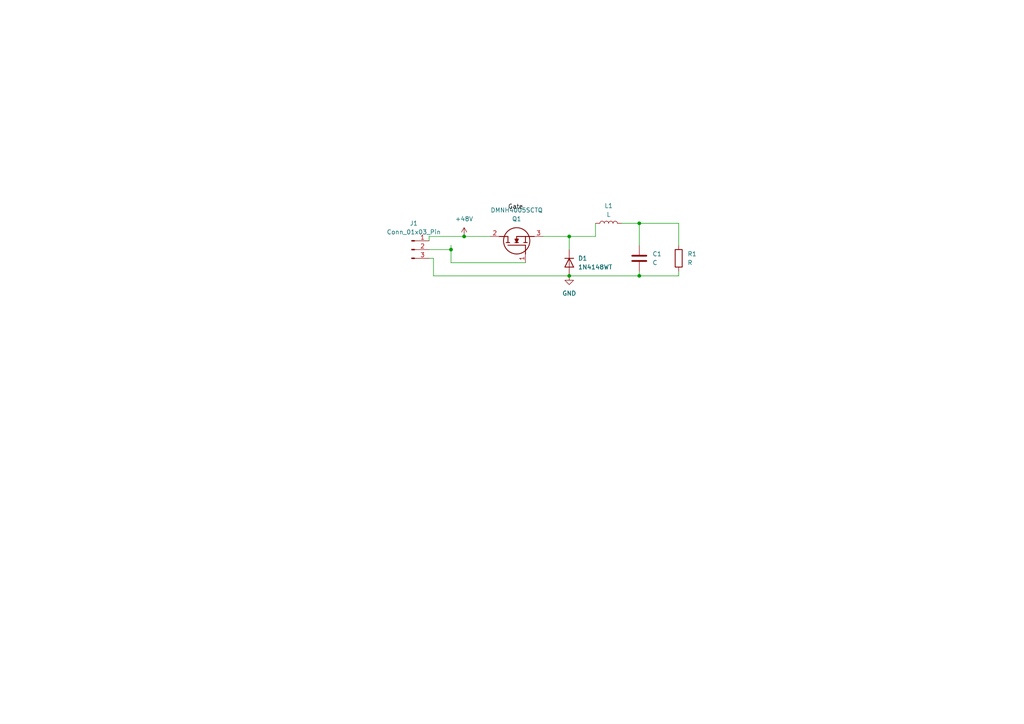
<source format=kicad_sch>
(kicad_sch (version 20250114) (generator "eeschema") (generator_version "9.0")
  (paper "A4")
  (lib_symbols
    (symbol "Connector:Conn_01x03_Pin" (pin_names (offset 1.016) (hide yes))
      (property "Reference" "J" (at 0 5.08 0))
      (property "Value" "Conn_01x03_Pin" (at 0 -5.08 0))
      (symbol "Conn_01x03_Pin_1_1"
        (rectangle (start 0.8636 2.667) (end 0 2.413) (stroke (width 0.1524)) (fill (type outline)))
        (rectangle (start 0.8636 0.127) (end 0 -0.127) (stroke (width 0.1524)) (fill (type outline)))
        (rectangle (start 0.8636 -2.413) (end 0 -2.667) (stroke (width 0.1524)) (fill (type outline)))
        (polyline (pts (xy 1.27 2.54) (xy 0.8636 2.54)) (stroke (width 0.1524)))
        (polyline (pts (xy 1.27 0) (xy 0.8636 0)) (stroke (width 0.1524)))
        (polyline (pts (xy 1.27 -2.54) (xy 0.8636 -2.54)) (stroke (width 0.1524)))
        (pin passive line (at 5.08 2.54 180) (length 3.81) (name "Pin_1") (number "1"))
        (pin passive line (at 5.08 0 180) (length 3.81) (name "Pin_2") (number "2"))
        (pin passive line (at 5.08 -2.54 180) (length 3.81) (name "Pin_3") (number "3"))
      )
    )
    (symbol "Device:C" (pin_numbers (hide yes)) (pin_names (offset 0.254))
      (property "Reference" "C" (at 0.635 2.54 0))
      (property "Value" "C" (at 0.635 -2.54 0))
      (symbol "C_0_1"
        (polyline (pts (xy -2.032 0.762) (xy 2.032 0.762)) (stroke (width 0.508)))
        (polyline (pts (xy -2.032 -0.762) (xy 2.032 -0.762)) (stroke (width 0.508)))
      )
      (symbol "C_1_1"
        (pin passive line (at 0 3.81 270) (length 2.794) (name "~") (number "1"))
        (pin passive line (at 0 -3.81 90) (length 2.794) (name "~") (number "2"))
      )
    )
    (symbol "Device:L" (pin_numbers (hide yes)) (pin_names (offset 1.016) (hide yes))
      (property "Reference" "L" (at -1.27 0 90))
      (property "Value" "L" (at 1.905 0 90))
      (symbol "L_0_1"
        (arc (start 0 2.54) (mid 0.6323 1.905) (end 0 1.27))
        (arc (start 0 1.27) (mid 0.6323 0.635) (end 0 0))
        (arc (start 0 0) (mid 0.6323 -0.635) (end 0 -1.27))
        (arc (start 0 -1.27) (mid 0.6323 -1.905) (end 0 -2.54))
      )
      (symbol "L_1_1"
        (pin passive line (at 0 3.81 270) (length 1.27) (name "1") (number "1"))
        (pin passive line (at 0 -3.81 90) (length 1.27) (name "2") (number "2"))
      )
    )
    (symbol "Device:R" (pin_numbers (hide yes)) (pin_names (offset 0))
      (property "Reference" "R" (at 2.032 0 90))
      (property "Value" "R" (at 0 0 90))
      (symbol "R_0_1"
        (rectangle (start -1.016 -2.54) (end 1.016 2.54) (stroke (width 0.254)))
      )
      (symbol "R_1_1"
        (pin passive line (at 0 3.81 270) (length 1.27) (name "~") (number "1"))
        (pin passive line (at 0 -3.81 90) (length 1.27) (name "~") (number "2"))
      )
    )
    (symbol "Diode:1N4148WT" (pin_numbers (hide yes)) (pin_names (hide yes))
      (property "Reference" "D" (at 0 2.54 0))
      (property "Value" "1N4148WT" (at 0 -2.54 0))
      (symbol "1N4148WT_0_1"
        (polyline (pts (xy -1.27 1.27) (xy -1.27 -1.27)) (stroke (width 0.254)))
        (polyline (pts (xy 1.27 1.27) (xy 1.27 -1.27) (xy -1.27 0) (xy 1.27 1.27)) (stroke (width 0.254)))
        (polyline (pts (xy 1.27 0) (xy -1.27 0)))
      )
      (symbol "1N4148WT_1_1"
        (pin passive line (at -3.81 0 0) (length 2.54) (name "K") (number "1"))
        (pin passive line (at 3.81 0 180) (length 2.54) (name "A") (number "2"))
      )
    )
    (symbol "New_Library_0:DMNH4005SCTQ" (pin_names (hide yes))
      (property "Reference" "Q" (at 11.43 3.81 0))
      (property "Value" "DMNH4005SCTQ" (at 11.43 1.27 0))
      (symbol "DMNH4005SCTQ_1_1"
        (polyline (pts (xy 2.54 0) (xy 5.08 0)) (stroke (width 0.254)))
        (polyline (pts (xy 5.08 5.08) (xy 5.08 0)) (stroke (width 0.254)))
        (polyline (pts (xy 5.842 5.588) (xy 5.842 4.572)) (stroke (width 0.254)))
        (polyline (pts (xy 5.842 2.54) (xy 6.858 3.048) (xy 6.858 2.032) (xy 5.842 2.54)) (stroke (width 0.254)) (fill (type outline)))
        (polyline (pts (xy 5.842 2.032) (xy 5.842 3.048)) (stroke (width 0.254)))
        (polyline (pts (xy 5.842 0) (xy 7.62 0)) (stroke (width 0.254)))
        (polyline (pts (xy 5.842 -0.508) (xy 5.842 0.508)) (stroke (width 0.254)))
        (circle (center 6.35 2.54) (radius 3.81) (stroke (width 0.254)))
        (polyline (pts (xy 7.62 5.08) (xy 5.842 5.08)) (stroke (width 0.254)))
        (polyline (pts (xy 7.62 5.08) (xy 7.62 7.62)) (stroke (width 0.254)))
        (polyline (pts (xy 7.62 2.54) (xy 5.842 2.54)) (stroke (width 0.254)))
        (polyline (pts (xy 7.62 2.54) (xy 7.62 -2.54)) (stroke (width 0.254)))
        (pin passive line (at 0 0 0) (length 2.54) (name "G") (number "1"))
        (pin passive line (at 7.62 10.16 270) (length 2.54) (name "D") (number "2"))
        (pin passive line (at 7.62 -5.08 90) (length 2.54) (name "S") (number "3"))
      )
    )
    (symbol "power:+48V" (power) (pin_numbers (hide yes)) (pin_names (offset 0) (hide yes))
      (property "Value" "+48V" (at 0 3.556 0))
      (symbol "+48V_0_1"
        (polyline (pts (xy -0.762 1.27) (xy 0 2.54)))
        (polyline (pts (xy 0 2.54) (xy 0.762 1.27)))
        (polyline (pts (xy 0 0) (xy 0 2.54)))
      )
      (symbol "+48V_1_1"
        (pin power_in line (at 0 0 90) (length 0) (name "~") (number "1"))
      )
    )
    (symbol "power:GND" (power) (pin_numbers (hide yes)) (pin_names (offset 0) (hide yes))
      (property "Value" "GND" (at 0 -3.81 0))
      (symbol "GND_0_1"
        (polyline (pts (xy 0 0) (xy 0 -1.27) (xy 1.27 -1.27) (xy 0 -2.54) (xy -1.27 -1.27) (xy 0 -1.27)))
      )
      (symbol "GND_1_1"
        (pin power_in line (at 0 0 270) (length 0) (name "~") (number "1"))
      )
    )
  )
  (junction (at 185.42 80.01))
  (junction (at 130.81 72.39))
  (junction (at 165.1 80.01))
  (junction (at 185.42 64.77))
  (junction (at 134.62 68.58))
  (junction (at 165.1 68.58))
  (wire (pts (xy 124.46 69.85) (xy 124.46 68.58)))
  (wire (pts (xy 125.73 80.01) (xy 125.73 74.93)))
  (wire (pts (xy 157.48 68.58) (xy 165.1 68.58)))
  (wire (pts (xy 165.1 68.58) (xy 172.72 68.58)))
  (wire (pts (xy 130.81 72.39) (xy 130.81 76.2)))
  (wire (pts (xy 185.42 64.77) (xy 185.42 71.12)))
  (wire (pts (xy 185.42 80.01) (xy 185.42 78.74)))
  (wire (pts (xy 124.46 72.39) (xy 130.81 72.39)))
  (wire (pts (xy 124.46 68.58) (xy 134.62 68.58)))
  (wire (pts (xy 172.72 68.58) (xy 172.72 64.77)))
  (wire (pts (xy 196.85 80.01) (xy 196.85 78.74)))
  (wire (pts (xy 165.1 80.01) (xy 185.42 80.01)))
  (wire (pts (xy 134.62 68.58) (xy 142.24 68.58)))
  (wire (pts (xy 125.73 74.93) (xy 124.46 74.93)))
  (wire (pts (xy 125.73 80.01) (xy 165.1 80.01)))
  (wire (pts (xy 185.42 64.77) (xy 196.85 64.77)))
  (wire (pts (xy 180.34 64.77) (xy 185.42 64.77)))
  (wire (pts (xy 196.85 64.77) (xy 196.85 71.12)))
  (wire (pts (xy 130.81 71.12) (xy 130.81 72.39)))
  (wire (pts (xy 165.1 68.58) (xy 165.1 72.39)))
  (wire (pts (xy 152.4 76.2) (xy 130.81 76.2)))
  (wire (pts (xy 185.42 80.01) (xy 196.85 80.01)))
  (label "Gate" (at 147.32 60.96 0))
  (symbol (lib_id "power:GND") (at 165.1 80.01 0) (unit 1)
    (property "Reference" "#PWR02" (effects (hide yes)))
    (property "Value" "GND" (at 165.1 85.09 0))
    (property "Description" "Power symbol creates a global label with name \"GND\" , ground" (effects (hide yes)))
  )
  (symbol (lib_id "Device:R") (at 196.85 74.93 0) (unit 1)
    (property "Reference" "R1" (at 199.39 73.6599 0) (effects (justify left)))
    (property "Value" "R" (at 199.39 76.1999 0) (effects (justify left)))
    (property "Footprint" "Resistor_THT:R_Axial_DIN0207_L6.3mm_D2.5mm_P5.08mm_Vertical" (effects (hide yes)))
    (property "Description" "Resistor" (effects (hide yes)))
  )
  (symbol (lib_id "New_Library_0:DMNH4005SCTQ") (at 152.4 76.2 90) (unit 1)
    (property "Reference" "Q1" (at 149.86 63.5 90))
    (property "Value" "DMNH4005SCTQ" (at 149.86 60.96 90))
    (property "Footprint" "Footprint_Buckconv:TO254P482X1016X2221-3P" (effects (hide yes)))
    (property "Datasheet" "https://www.diodes.com//assets/Datasheets/DMNH4005SCTQ.pdf" (effects (hide yes)))
    (property "Description" "40V +175C N-CHANNEL ENHANCEMENT MODE MOSFET" (effects (hide yes)))
    (property "Height" "4.82" (effects (hide yes)))
    (property "Manufacturer_Name" "Diodes Incorporated" (effects (hide yes)))
    (property "Manufacturer_Part_Number" "DMNH4005SCTQ" (effects (hide yes)))
  )
  (symbol (lib_id "Diode:1N4148WT") (at 165.1 76.2 270) (unit 1)
    (property "Reference" "D1" (at 167.64 74.9299 90) (effects (justify left)))
    (property "Value" "1N4148WT" (at 167.64 77.4699 90) (effects (justify left)))
    (property "Footprint" "Diode_SMD:D_SOD-523" (effects (hide yes)))
    (property "Datasheet" "https://www.diodes.com/assets/Datasheets/ds30396.pdf" (effects (hide yes)))
    (property "Description" "75V 0.15A Fast switching Diode, SOD-523" (effects (hide yes)))
    (property "Sim.Device" "D" (effects (hide yes)))
    (property "Sim.Pins" "1=K 2=A" (effects (hide yes)))
  )
  (symbol (lib_id "Device:L") (at 176.53 64.77 90) (unit 1)
    (property "Reference" "L1" (at 176.53 59.69 90))
    (property "Value" "L" (at 176.53 62.23 90))
    (property "Footprint" "Inductor_THT:L_Axial_L14.5mm_D5.8mm_P20.32mm_Horizontal_Fastron_HBCC" (effects (hide yes)))
    (property "Description" "Inductor" (effects (hide yes)))
  )
  (symbol (lib_id "power:+48V") (at 134.62 68.58 0) (unit 1)
    (property "Reference" "#PWR01" (effects (hide yes)))
    (property "Value" "+48V" (at 134.62 63.5 0))
    (property "Description" "Power symbol creates a global label with name \"+48V\"" (effects (hide yes)))
  )
  (symbol (lib_id "Device:C") (at 185.42 74.93 0) (unit 1)
    (property "Reference" "C1" (at 189.23 73.6599 0) (effects (justify left)))
    (property "Value" "C" (at 189.23 76.1999 0) (effects (justify left)))
    (property "Footprint" "Capacitor_THT:C_Axial_L3.8mm_D2.6mm_P7.50mm_Horizontal" (effects (hide yes)))
    (property "Description" "Unpolarized capacitor" (effects (hide yes)))
  )
  (symbol (lib_id "Connector:Conn_01x03_Pin") (at 119.38 72.39 0) (unit 1)
    (property "Reference" "J1" (at 120.015 64.77 0))
    (property "Value" "Conn_01x03_Pin" (at 120.015 67.31 0))
    (property "Footprint" "Connector:FanPinHeader_1x03_P2.54mm_Vertical" (effects (hide yes)))
    (property "Description" "Generic connector, single row, 01x03, script generated" (effects (hide yes)))
  )
)
</source>
